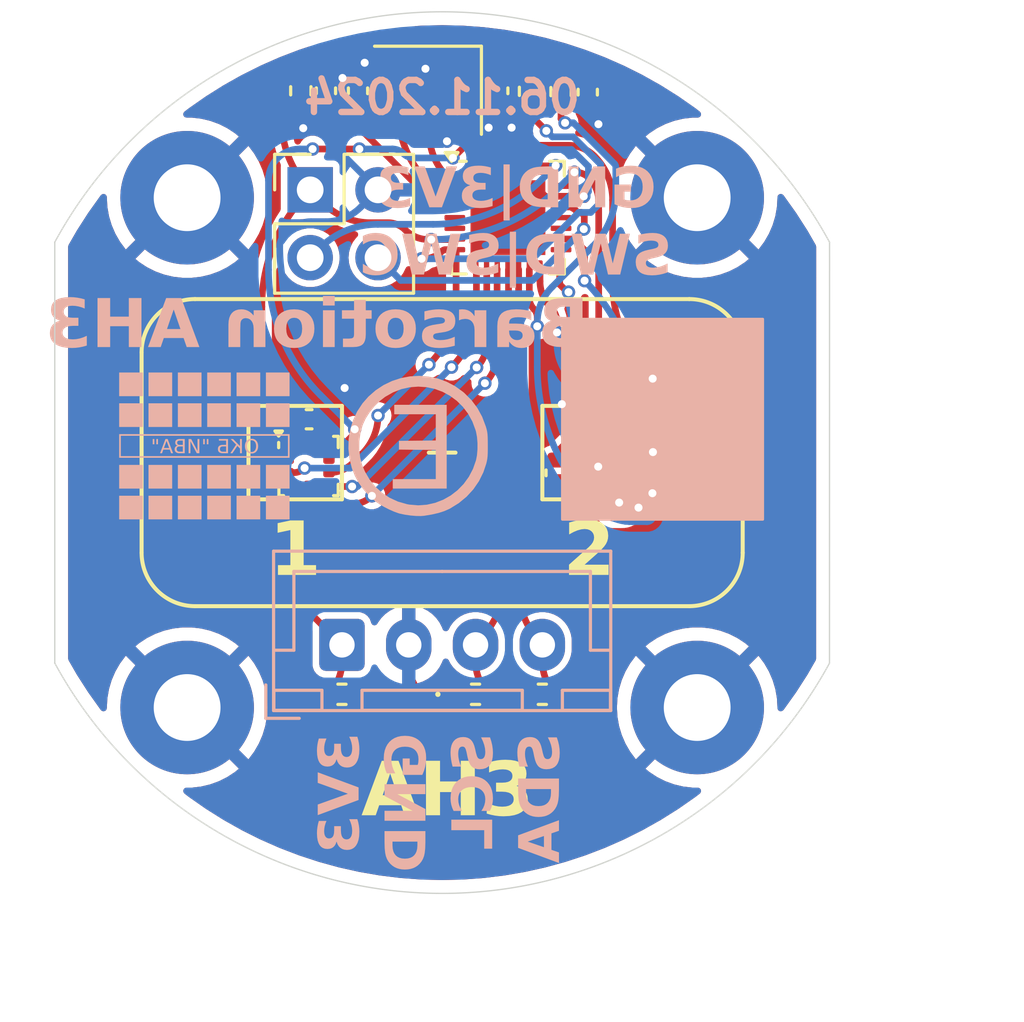
<source format=kicad_pcb>
(kicad_pcb (version 20240108) (generator "pcbnew") (generator_version "8.0")
  (layers (0 "F.Cu" signal) (31 "B.Cu" signal) (34 "B.Paste" user) (35 "F.Paste" user) (36 "B.SilkS" user "B.Silkscreen") (37 "F.SilkS" user "F.Silkscreen") (38 "B.Mask" user) (39 "F.Mask" user) (44 "Edge.Cuts" user))
  (net 0 "")
  (net 1 "VDD")
  (net 2 "GND")
  (net 3 "/SCK1")
  (net 4 "/INT1")
  (net 5 "/NSS1")
  (net 6 "/MOSI1")
  (net 7 "/MISO1")
  (net 8 "/MOSI2")
  (net 9 "/NSS2")
  (net 10 "/SCK2")
  (net 11 "/INT2")
  (net 12 "/MISO2")
  (net 13 "/SCL")
  (net 15 "Net-(U3-NRST)")
  (net 23 "/SDA")
  (net 24 "/SWCLK")
  (net 25 "/SWDIO")
  (net 26 "Net-(U3-OCS_IN{slash}PD0)")
  (net 27 "Net-(U3-OCS_OUT{slash}PD1)")
  (net 28 "Net-(D1-A)")
  (footprint "Package_DFN_QFN:QFN-28-1EP_4x4mm_P0.4mm_EP2.8x2.8mm" (layer "F.Cu") (at 138.9625 87.7)
    (property "Reference" "U3" (hide yes))
    (property "Value" "CH32V305GBU6")
  )
  (footprint "Capacitor_SMD:C_0402_1005Metric" (layer "F.Cu") (at 129.75 97.25 -90)
    (property "Reference" "C1" (hide yes))
    (property "Value" "0.1uF" (hide yes))
  )
  (footprint "Resistor_SMD:R_0402_1005Metric" (layer "F.Cu") (at 137.75 105.55 180)
    (property "Reference" "R4" (hide yes))
    (property "Value" "10k" (hide yes))
  )
  (footprint "CustomPackage:BMP388" (layer "F.Cu") (at 142.5 96.9875)
    (property "Reference" "U2" (hide yes))
    (property "Value" "BMP388")
  )
  (footprint "Capacitor_SMD:C_0402_1005Metric" (layer "F.Cu") (at 138.6 82.95 -90)
    (property "Reference" "C5" (hide yes))
    (property "Value" "12pF" (hide yes))
  )
  (footprint "Capacitor_SMD:C_0402_1005Metric" (layer "F.Cu") (at 141.95 83 -90)
    (property "Reference" "C8" (hide yes))
    (property "Value" "0.1uF" (hide yes))
  )
  (footprint "Connector_PinHeader_2.54mm:PinHeader_2x02_P2.54mm_Vertical" (layer "F.Cu") (at 131.56 86.66)
    (property "Reference" "J1" (hide yes))
    (property "Value" "PROG" (hide yes))
  )
  (footprint "Resistor_SMD:R_0402_1005Metric" (layer "F.Cu") (at 139.77 82.97 90)
    (property "Reference" "R1" (hide yes))
    (property "Value" "10k" (hide yes))
  )
  (footprint "Resistor_SMD:R_0402_1005Metric" (layer "F.Cu") (at 140.25 105.55 180)
    (property "Reference" "R5" (hide yes))
    (property "Value" "10k" (hide yes))
  )
  (footprint "Capacitor_SMD:C_0402_1005Metric" (layer "F.Cu") (at 140.75 97.2575 -90)
    (property "Reference" "C3" (hide yes))
    (property "Value" "0.1uF" (hide yes))
  )
  (footprint "Capacitor_SMD:C_0402_1005Metric" (layer "F.Cu") (at 132.15 82.95 90)
    (property "Reference" "C7" (hide yes))
    (property "Value" "0.1uF" (hide yes))
  )
  (footprint "Capacitor_SMD:C_0402_1005Metric" (layer "F.Cu") (at 131.52 95.25)
    (property "Reference" "C2" (hide yes))
    (property "Value" "0.1uF" (hide yes))
  )
  (footprint "LED_SMD:LED_0402_1005Metric" (layer "F.Cu") (at 135.25 105.55 180)
    (property "Reference" "D1" (hide yes))
    (property "Value" "Yellow LED" (hide yes))
  )
  (footprint "Resistor_SMD:R_0402_1005Metric" (layer "F.Cu") (at 140.95 82.98 90)
    (property "Reference" "R2" (hide yes))
    (property "Value" "10k" (hide yes))
  )
  (footprint "CustomPackage:BMP388" (layer "F.Cu") (at 131.5 97)
    (property "Reference" "U1" (hide yes))
    (property "Value" "BMP388")
  )
  (footprint "Capacitor_SMD:C_0402_1005Metric" (layer "F.Cu") (at 142.52 95.2375)
    (property "Reference" "C4" (hide yes))
    (property "Value" "0.1uF" (hide yes))
  )
  (footprint "Resistor_SMD:R_0402_1005Metric" (layer "F.Cu") (at 132.75 105.55 180)
    (property "Reference" "R6" (hide yes))
    (property "Value" "1k" (hide yes))
  )
  (footprint "Crystal:Crystal_SMD_3225-4Pin_3.2x2.5mm" (layer "F.Cu") (at 135.97 82.93 180)
    (property "Reference" "Y1" (hide yes))
    (property "Value" "8MHz" (hide yes))
  )
  (footprint "Capacitor_SMD:C_0402_1005Metric" (layer "F.Cu") (at 133.35 82.95 90)
    (property "Reference" "C6" (hide yes))
    (property "Value" "12pF" (hide yes))
  )
  (footprint "Resistor_SMD:R_0402_1005Metric" (layer "F.Cu") (at 131.21 82.95 90)
    (property "Reference" "R3" (hide yes))
    (property "Value" "10k" (hide yes))
  )
  (footprint "MountingHole:MountingHole_2.5mm_Pad" (layer "B.Cu") (at 146.045941 106.045941)
    (property "Reference" "H2" (hide yes))
    (property "Value" "MountingHole_Pad" (hide yes))
  )
  (footprint "Logos:OKB_Iva_v2_6.4x5.5mm" (layer "B.Cu") (at 127.6 96.25 180)
    (property "Reference" "G***" (hide yes))
    (property "Value" "LOGO" (hide yes))
  )
  (footprint "MountingHole:MountingHole_2.5mm_Pad" (layer "B.Cu") (at 126.954058 106.045941)
    (property "Reference" "H3" (hide yes))
    (property "Value" "MountingHole_Pad" (hide yes))
  )
  (footprint "MountingHole:MountingHole_2.5mm_Pad" (layer "B.Cu") (at 146.045941 86.954058)
    (property "Reference" "H4" (hide yes))
    (property "Value" "MountingHole_Pad" (hide yes))
  )
  (footprint "Connector_JST:JST_XH_B4B-XH-A_1x04_P2.50mm_Vertical" (layer "B.Cu") (at 132.75 103.7)
    (property "Reference" "J3" (hide yes))
    (property "Value" "I2C" (hide yes))
  )
  (footprint "MountingHole:MountingHole_2.5mm_Pad" (layer "B.Cu") (at 126.954058 86.954058)
    (property "Reference" "H1" (hide yes))
    (property "Value" "MountingHole_Pad" (hide yes))
  )
  (footprint "Logos:Linkkalu_v1_5.7x6mm" (layer "B.Cu") (at 135.55162 96.100245 180)
    (property "Reference" "REF**" (hide yes))
    (property "Value" "Linkkalu_v1_5.7x6mm" (hide yes))
  )
  (gr_rect (start 141 91.5) (end 148.5 99) (stroke (width 0.1)) (fill solid) (layer "B.SilkS"))
  (gr_line (start 140.25 98.25) (end 143.75 98.25) (stroke (width 0.15)) (layer "F.SilkS"))
  (gr_line (start 136.5 96) (end 136.5 97) (stroke (width 0.15)) (layer "F.SilkS"))
  (gr_line (start 127.25 90.75) (end 145.75 90.75) (stroke (width 0.15)) (layer "F.SilkS"))
  (gr_line (start 140.25 94.75) (end 140.25 98.25) (stroke (width 0.15)) (layer "F.SilkS"))
  (gr_line (start 129.25 98.25) (end 132.75 98.25) (stroke (width 0.15)) (layer "F.SilkS"))
  (gr_arc (start 125.25 92.75) (mid 125.835786 91.335786) (end 127.25 90.75) (stroke (width 0.15)) (layer "F.SilkS"))
  (gr_line (start 132.75 94.75) (end 129.25 94.75) (stroke (width 0.15)) (layer "F.SilkS"))
  (gr_arc (start 145.75 90.75) (mid 147.164214 91.335786) (end 147.75 92.75) (stroke (width 0.15)) (layer "F.SilkS"))
  (gr_arc (start 147.75 100.25) (mid 147.164214 101.664214) (end 145.75 102.25) (stroke (width 0.15)) (layer "F.SilkS"))
  (gr_line (start 143.75 98.25) (end 143.75 94.75) (stroke (width 0.15)) (layer "F.SilkS"))
  (gr_line (start 145.75 102.25) (end 127.25 102.25) (stroke (width 0.15)) (layer "F.SilkS"))
  (gr_line (start 132.75 98.25) (end 132.75 94.75) (stroke (width 0.15)) (layer "F.SilkS"))
  (gr_line (start 129.25 94.75) (end 129.25 98.25) (stroke (width 0.15)) (layer "F.SilkS"))
  (gr_arc (start 127.25 102.25) (mid 125.835786 101.664214) (end 125.25 100.25) (stroke (width 0.15)) (layer "F.SilkS"))
  (gr_line (start 147.75 92.75) (end 147.75 100.25) (stroke (width 0.15)) (layer "F.SilkS"))
  (gr_line (start 136 96.5) (end 137 96.5) (stroke (width 0.15)) (layer "F.SilkS"))
  (gr_line (start 125.25 100.25) (end 125.25 92.75) (stroke (width 0.15)) (layer "F.SilkS"))
  (gr_line (start 143.75 94.75) (end 140.25 94.75) (stroke (width 0.15)) (layer "F.SilkS"))
  (gr_line (start 150.999999 88.62) (end 150.997902 104.385) (stroke (width 0.05)) (layer "Edge.Cuts"))
  (gr_arc (start 150.997902 104.385) (mid 136.497803 113.006612) (end 122 104.38114) (stroke (width 0.05)) (layer "Edge.Cuts"))
  (gr_line (start 122 88.62) (end 122 104.38114) (stroke (width 0.05)) (layer "Edge.Cuts"))
  (gr_arc (start 122.000001 88.62) (mid 136.5 79.991913) (end 150.999999 88.62) (stroke (width 0.05)) (layer "Edge.Cuts"))
  (gr_text "GND|3V3\nSWD|SWC" (at 139.25 87.95 0) (layer "B.SilkS") (effects (font (size 1.5 1.5) (thickness 0.24) (bold yes)) (justify mirror)))
  (gr_text "SDA" (at 140.25 107 90) (layer "B.SilkS") (effects (font (size 1.5 1.5) (thickness 0.24) (bold yes)) (justify left mirror)))
  (gr_text "3V3\n" (at 132.75 107 90) (layer "B.SilkS") (effects (font (size 1.5 1.5) (thickness 0.24) (bold yes)) (justify left mirror)))
  (gr_text "Barsotion AH3" (at 131.8 91.8 0) (layer "B.SilkS") (effects (font (size 1.8 1.8) (thickness 0.4) (bold yes)) (justify mirror)))
  (gr_text "SCL\n" (at 137.75 107 90) (layer "B.SilkS") (effects (font (size 1.5 1.5) (thickness 0.24) (bold yes)) (justify left mirror)))
  (gr_text "06.11.2024" (at 136.5 83.2 0) (layer "B.SilkS") (effects (font (size 1.2 1.2) (thickness 0.24)) (justify mirror)))
  (gr_text "GND" (at 135.25 107 90) (layer "B.SilkS") (effects (font (size 1.5 1.5) (thickness 0.24) (bold yes)) (justify left mirror)))
  (gr_text "1" (at 131 100.25 0) (layer "F.SilkS") (effects (font (size 2 2) (thickness 0.4) (bold yes))))
  (gr_text "2" (at 142 100.25 0) (layer "F.SilkS") (effects (font (size 2 2) (thickness 0.4) (bold yes))))
  (gr_text "AH3" (at 136.7 109.25 0) (layer "F.SilkS") (effects (font (size 2 2) (thickness 0.4) (bold yes))))
  (segment (start 142.04 96.185) (end 142 96.225) (width 0.3) (layer "F.Cu") (net 1))
  (segment (start 139.77 82.46) (end 140.94 82.46) (width 0.25) (layer "F.Cu") (net 1))
  (segment (start 129 97.45) (end 129 97.6) (width 0.25) (layer "F.Cu") (net 1))
  (segment (start 138.250022 81.316546) (end 138.400875 81.373909) (width 0.25) (layer "F.Cu") (net 1))
  (segment (start 131.99389 81.713952) (end 132.152985 81.605109) (width 0.25) (layer "F.Cu") (net 1))
  (segment (start 142.315566 94.81307) (end 142.34002 94.731408) (width 0.25) (layer "F.Cu") (net 1))
  (segment (start 130.5 83.75) (end 130.5 84.100934) (width 0.25) (layer "F.Cu") (net 1))
  (segment (start 130.914277 96.323224) (end 131 96.2375) (width 0.3) (layer "F.Cu") (net 1))
  (segment (start 131.56 86.66) (end 131.56 86.04) (width 0.25) (layer "F.Cu") (net 1))
  (segment (start 142.170428 95.088317) (end 142.229839 94.997741) (width 0.25) (layer "F.Cu") (net 1))
  (segment (start 131.04 95.25) (end 129.75 95.25) (width 0.25) (layer "F.Cu") (net 1))
  (segment (start 133.276904 81.180596) (end 133.627397 81.147962) (width 0.25) (layer "F.Cu") (net 1))
  (segment (start 130.661701 101.611701) (end 132.75 103.7) (width 0.25) (layer "F.Cu") (net 1))
  (segment (start 137.024699 88.521) (end 136.14 88.521) (width 0.25) (layer "F.Cu") (net 1))
  (segment (start 133.3 106.2) (end 135.670762 106.2) (width 0.25) (layer "F.Cu") (net 1))
  (segment (start 131.21 82.44) (end 131.439339 82.210661) (width 0.25) (layer "F.Cu") (net 1))
  (segment (start 140.79 96.7375) (end 140.75 96.7775) (width 0.3) (layer "F.Cu") (net 1))
  (segment (start 142.272072 94.917749) (end 142.315566 94.81307) (width 0.25) (layer "F.Cu") (net 1))
  (segment (start 142.04 95.2375) (end 142.04 96.185) (width 0.3) (layer "F.Cu") (net 1))
  (segment (start 131.21 82.44) (end 130.924265 82.725735) (width 0.25) (layer "F.Cu") (net 1))
  (segment (start 142.34002 94.731408) (end 142.353043 94.668693) (width 0.25) (layer "F.Cu") (net 1))
  (segment (start 141.45 86.35) (end 141.45 86) (width 0.25) (layer "F.Cu") (net 1))
  (segment (start 131.04 95.25) (end 131.04 96.140932) (width 0.3) (layer "F.Cu") (net 1))
  (segment (start 137.025 88.520274) (end 137.024699 88.521) (width 0.25) (layer "F.Cu") (net 1))
  (segment (start 132.06168 87.16168) (end 131.56 86.66) (width 0.25) (layer "F.Cu") (net 1))
  (segment (start 142.353043 94.668693) (end 142.359365 94.621009) (width 0.25) (layer "F.Cu") (net 1))
  (segment (start 132.932733 81.25447) (end 133.276904 81.180596) (width 0.25) (layer "F.Cu") (net 1))
  (segment (start 137.550086 105.860086) (end 137.24 105.55) (width 0.25) (layer "F.Cu") (net 1))
  (segment (start 141.45 86) (end 141.489646 86) (width 0.25) (layer "F.Cu") (net 1))
  (segment (start 137.035787 81.15) (end 137.22738 81.152586) (width 0.25) (layer "F.Cu") (net 1))
  (segment (start 139.74 105.55) (end 139.451127 105.838873) (width 0.25) (layer "F.Cu") (net 1))
  (segment (start 131.855228 81.82089) (end 131.99389 81.713952) (width 0.25) (layer "F.Cu") (net 1))
  (segment (start 140.95 86.5) (end 141.3 86.5) (width 0.25) (layer "F.Cu") (net 1))
  (segment (start 141.3 86.5) (end 141.45 86.35) (width 0.25) (layer "F.Cu") (net 1))
  (segment (start 139.75293 82.452929) (end 139.77 82.46) (width 0.25) (layer "F.Cu") (net 1))
  (segment (start 141.7375 96.7375) (end 140.79 96.7375) (width 0.3) (layer "F.Cu") (net 1))
  (segment (start 129.75 96.77) (end 129.75 95.25) (width 0.25) (layer "F.Cu") (net 1))
  (segment (start 137.393367 81.154826) (end 137.572894 81.167413) (width 0.25) (layer "F.Cu") (net 1))
  (segment (start 139.019935 81.719934) (end 139.75293 82.452929) (width 0.25) (layer "F.Cu") (net 1))
  (segment (start 132.440045 81.442624) (end 132.599721 81.368546) (width 0.25) (layer "F.Cu") (net 1))
  (segment (start 140.94 82.46) (end 140.95 82.47) (width 0.25) (layer "F.Cu") (net 1))
  (segment (start 137.736625 81.188565) (end 137.91525 81.222068) (width 0.25) (layer "F.Cu") (net 1))
  (segment (start 129.75 96.77) (end 129.68 96.77) (width 0.25) (layer "F.Cu") (net 1))
  (segment (start 142.04 95.2375) (end 142.11289 95.160949) (width 0.25) (layer "F.Cu") (net 1))
  (segment (start 136.09 88.521) (end 135.991531 88.521) (width 0.25) (layer "F.Cu") (net 1))
  (segment (start 129.75 95.25) (end 129.75 91.029726) (width 0.25) (layer "F.Cu") (net 1))
  (segment (start 137.025 88.5) (end 137.025 88.520274) (width 0.25) (layer "F.Cu") (net 1))
  (segment (start 137.572894 81.167413) (end 137.736625 81.188565) (width 0.25) (layer "F.Cu") (net 1))
  (segment (start 132.152985 81.605109) (end 132.301818 81.515705) (width 0.25) (layer "F.Cu") (net 1))
  (segment (start 138.7 106.15) (end 138.25 106.15) (width 0.25) (layer "F.Cu") (net 1))
  (segment (start 137.91525 81.222068) (end 138.074075 81.261686) (width 0.25) (layer "F.Cu") (net 1))
  (segment (start 132.24 105.55) (end 132.600086 105.910086) (width 0.25) (layer "F.Cu") (net 1))
  (segment (start 131.584973 82.068906) (end 131.711143 81.946096) (width 0.25) (layer "F.Cu") (net 1))
  (segment (start 132.301818 81.515705) (end 132.440045 81.442624) (width 0.25) (layer "F.Cu") (net 1))
  (segment (start 134.89508 81.147962) (end 134.9 81.15) (width 0.25) (layer "F.Cu") (net 1))
  (segment (start 141.914277 96.310724) (end 142 96.225) (width 0.3) (layer "F.Cu") (net 1))
  (segment (start 141.95 82.52) (end 141 82.52) (width 0.25) (layer "F.Cu") (net 1))
  (segment (start 134.9 81.15) (end 137.035787 81.15) (width 0.25) (layer "F.Cu") (net 1))
  (segment (start 138.074075 81.261686) (end 138.250022 81.316546) (width 0.25) (layer "F.Cu") (net 1))
  (segment (start 132.75 103.7) (end 132.75 104.318752) (width 0.25) (layer "F.Cu") (net 1))
  (segment (start 138.57281 81.451075) (end 138.711846 81.524401) (width 0.25) (layer "F.Cu") (net 1))
  (segment (start 131.439339 82.210661) (end 131.584973 82.068906) (width 0.25) (layer "F.Cu") (net 1))
  (segment (start 134.468163 87.89) (end 133.82 87.89) (width 0.25) (layer "F.Cu") (net 1))
  (segment (start 139.000486 81.711878) (end 139.019935 81.719934) (width 0.25) (layer "F.Cu") (net 1))
  (segment (start 132.599721 81.368546) (end 132.932733 81.25447) (width 0.25) (layer "F.Cu") (net 1))
  (segment (start 129.75 96.77) (end 130.689216 96.77) (width 0.3) (layer "F.Cu") (net 1))
  (segment (start 138.400875 81.373909) (end 138.57281 81.451075) (width 0.25) (layer "F.Cu") (net 1))
  (segment (start 136.14 88.521) (end 136.09 88.521) (width 0.25) (layer "F.Cu") (net 1))
  (segment (start 142.359365 94.621009) (end 142.359365 87.095095) (width 0.25) (layer "F.Cu") (net 1))
  (segment (start 137.22738 81.152586) (end 137.393367 81.154826) (width 0.25) (layer "F.Cu") (net 1))
  (segment (start 138.879865 81.626664) (end 139.000486 81.711878) (width 0.25) (layer "F.Cu") (net 1))
  (segment (start 141 82.52) (end 140.95 82.47) (width 0.25) (layer "F.Cu") (net 1))
  (segment (start 142.229839 94.997741) (end 142.272072 94.917749) (width 0.25) (layer "F.Cu") (net 1))
  (segment (start 133.627397 81.147962) (end 134.89508 81.147962) (width 0.25) (layer "F.Cu") (net 1))
  (segment (start 140.926777 96.350724) (end 142.04 95.2375) (width 0.25) (layer "F.Cu") (net 1))
  (segment (start 138.711846 81.524401) (end 138.879865 81.626664) (width 0.25) (layer "F.Cu") (net 1))
  (segment (start 142.11289 95.160949) (end 142.170428 95.088317) (width 0.25) (layer "F.Cu") (net 1))
  (segment (start 131.711143 81.946096) (end 131.855228 81.82089) (width 0.25) (layer "F.Cu") (net 1))
  (via (at 136.09 88.521) (size 0.5) (drill 0.3) (layers "F.Cu" "B.Cu") (net 1))
  (via (at 141.45 86) (size 0.5) (drill 0.3) (layers "F.Cu" "B.Cu") (net 1))
  (arc (start 129 97.6) (mid 129.431862 99.771117) (end 130.661701 101.611701) (width 0.25) (layer "F.Cu") (net 1))
  (arc (start 141.7375 96.7375) (mid 141.783443 96.50653) (end 141.914277 96.310724) (width 0.3) (layer "F.Cu") (net 1))
  (arc (start 132.600086 105.910086) (mid 132.921209 106.124654) (end 133.3 106.2) (width 0.25) (layer "F.Cu") (net 1))
  (arc (start 129.68 96.77) (mid 129.199167 96.969167) (end 129 97.45) (width 0.25) (layer "F.Cu") (net 1))
  (arc (start 130.689216 96.77) (mid 130.715347 96.764802) (end 130.7375 96.75) (width 0.3) (layer "F.Cu") (net 1))
  (arc (start 138.25 106.15) (mid 137.871209 106.074654) (end 137.550086 105.860086) (width 0.25) (layer "F.Cu") (net 1))
  (arc (start 129.75 91.029726) (mid 130.220404 88.664848) (end 131.56 86.66) (width 0.25) (layer "F.Cu") (net 1))
  (arc (start 139.451127 105.838873) (mid 139.106507 106.069141) (end 138.7 106.15) (width 0.25) (layer "F.Cu") (net 1))
  (arc (start 130.924265 82.725735) (mid 130.610263 83.195671) (end 130.5 83.75) (width 0.25) (layer "F.Cu") (net 1))
  (arc (start 135.670762 106.2) (mid 136.520028 106.03107) (end 137.24 105.55) (width 0.25) (layer "F.Cu") (net 1))
  (arc (start 130.5 84.100934) (mid 130.775485 85.48589) (end 131.56 86.66) (width 0.25) (layer "F.Cu") (net 1))
  (arc (start 131.04 96.140932) (mid 131.029604 96.193194) (end 131 96.2375) (width 0.3) (layer "F.Cu") (net 1))
  (arc (start 140.75 96.7775) (mid 140.795943 96.54653) (end 140.926777 96.350724) (width 0.25) (layer "F.Cu") (net 1))
  (arc (start 135.12 88.16) (mid 134.820935 87.96017) (end 134.468163 87.89) (width 0.25) (layer "F.Cu") (net 1))
  (arc (start 130.7375 96.75) (mid 130.783443 96.51903) (end 130.914277 96.323224) (width 0.3) (layer "F.Cu") (net 1))
  (arc (start 141.489646 86) (mid 141.761486 86.054073) (end 141.991942 86.208058) (width 0.25) (layer "F.Cu") (net 1))
  (arc (start 135.991531 88.521) (mid 135.519862 88.427179) (end 135.12 88.16) (width 0.25) (layer "F.Cu") (net 1))
  (arc (start 132.75 104.318752) (mid 132.617455 104.985099) (end 132.24 105.55) (width 0.25) (layer "F.Cu") (net 1))
  (arc (start 133.82 87.89) (mid 132.868404 87.700716) (end 132.06168 87.16168) (width 0.25) (layer "F.Cu") (net 1))
  (arc (start 142.359365 87.095095) (mid 142.263875 86.615034) (end 141.991942 86.208058) (width 0.25) (layer "F.Cu") (net 1))
  (segment (start 140.936476 86.513524) (end 141.45 86) (width 0.25) (layer "B.Cu") (net 1))
  (arc (start 136.09 88.521) (mid 138.712894 87.999274) (end 140.936476 86.513524) (width 0.25) (layer "B.Cu") (net 1))
  (segment (start 140.721649 86.909578) (end 140.732071 86.9) (width 0.25) (layer "F.Cu") (net 2))
  (segment (start 141.95 83.8) (end 142.35 84.2) (width 0.25) (layer "F.Cu") (net 2))
  (segment (start 129.75 97.73) (end 130.921539 97.73) (width 0.3) (layer "F.Cu") (net 2))
  (segment (start 133.33 94.23) (end 133.16 94.4) (width 0.25) (layer "F.Cu") (net 2))
  (segment (start 142.5 96.225) (end 143 96.225) (width 0.3) (layer "F.Cu") (net 2))
  (segment (start 131.5 96.2375) (end 132 96.2375) (width 0.3) (layer "F.Cu") (net 2))
  (segment (start 132.8 99.5) (end 132.05 99.5) (width 0.25) (layer "F.Cu") (net 2))
  (segment (start 135.25 101.95) (end 132.8 99.5) (width 0.25) (layer "F.Cu") (net 2))
  (segment (start 141.95 83.48) (end 141.95 83.8) (width 0.25) (layer "F.Cu") (net 2))
  (segment (start 138.9625 87.7) (end 139.067928 87.594571) (width 0.25) (layer "F.Cu") (net 2))
  (segment (start 135.25 103.7) (end 135.25 95.07) (width 0.25) (layer "F.Cu") (net 2))
  (segment (start 146.045941 106.045941) (end 141.38 101.38) (width 0.25) (layer "F.Cu") (net 2))
  (segment (start 145.2 94.51) (end 145.645 94.065) (width 0.25) (layer "F.Cu") (net 2))
  (segment (start 140.732071 86.9) (end 141.783884 86.9) (width 0.25) (layer "F.Cu") (net 2))
  (segment (start 132.85 94.08) (end 132.85 94.09) (width 0.25) (layer "F.Cu") (net 2))
  (segment (start 141.38 98.3675) (end 140.75 97.7375) (width 0.25) (layer "F.Cu") (net 2))
  (segment (start 141.38 101.38) (end 141.38 98.3675) (width 0.25) (layer "F.Cu") (net 2))
  (segment (start 135.25 103.7) (end 135.25 101.95) (width 0.25) (layer "F.Cu") (net 2))
  (segment (start 135.25 103.7) (end 135.25 104.379107) (width 0.25) (layer "F.Cu") (net 2))
  (segment (start 138.6 83.43) (end 137.914974 83.43) (width 0.3) (layer "F.Cu") (net 2))
  (segment (start 148.87 90.84) (end 148.87 89.778117) (width 0.25) (layer "F.Cu") (net 2))
  (segment (start 132.15 82.47) (end 132.77 82.47) (width 0.25) (layer "F.Cu") (net 2))
  (segment (start 148.87 89.778117) (end 146.045941 86.954058) (width 0.25) (layer "F.Cu") (net 2))
  (segment (start 137.07 84.45) (end 136.68 84.84) (width 0.25) (layer "F.Cu") (net 2))
  (segment (start 149.17 102.921882) (end 149.17 97.59) (width 0.25) (layer "F.Cu") (net 2))
  (segment (start 134.11 82.08) (end 133.71 81.68) (width 0.25) (layer "F.Cu") (net 2))
  (segment (start 132.29 95.25) (end 132 95.25) (width 0.25) (layer "F.Cu") (net 2))
  (segment (start 132.05 99.5) (end 132.05 99.046366) (width 0.25) (layer "F.Cu") (net 2))
  (segment (start 137.07 83.78) (end 137.07 84.45) (width 0.25) (layer "F.Cu") (net 2))
  (segment (start 133.35 82.47) (end 133.928457 82.47) (width 0.3) (layer "F.Cu") (net 2))
  (segment (start 131 97.996366) (end 131 97.7625) (width 0.25) (layer "F.Cu") (net 2))
  (segment (start 137.64 83.78) (end 138.19 84.33) (width 0.25) (layer "F.Cu") (net 2))
  (segment (start 146.045941 106.045941) (end 149.17 102.921882) (width 0.25) (layer "F.Cu") (net 2))
  (segment (start 132.85 94.09) (end 133.16 94.4) (width 0.25) (layer "F.Cu") (net 2))
  (segment (start 132 96.2375) (end 132 95.25) (width 0.3) (layer "F.Cu") (net 2))
  (segment (start 135.25 95.07) (end 134.41 94.23) (width 0.25) (layer "F.Cu") (net 2))
  (segment (start 132.77 82.47) (end 133.35 82.47) (width 0.25) (layer "F.Cu") (net 2))
  (segment (start 133.16 94.4) (end 132.3 95.26) (width 0.25) (layer "F.Cu") (net 2))
  (segment (start 134.41 94.23) (end 133.33 94.23) (width 0.25) (layer "F.Cu") (net 2))
  (segment (start 132.05 99.046366) (end 131 97.996366) (width 0.25) (layer "F.Cu") (net 2))
  (segment (start 137.07 83.78) (end 137.64 83.78) (width 0.25) (layer "F.Cu") (net 2))
  (segment (start 143 94.51) (end 145.2 94.51) (width 0.25) (layer "F.Cu") (net 2))
  (segment (start 143 95.2375) (end 143 96.225) (width 0.3) (layer "F.Cu") (net 2))
  (segment (start 140.75 97.7375) (end 141.969823 97.7375) (width 0.3) (layer "F.Cu") (net 2))
  (segment (start 134.87 82.08) (end 134.11 82.08) (width 0.25) (layer "F.Cu") (net 2))
  (segment (start 132.3 95.26) (end 132.29 95.25) (width 0.25) (layer "F.Cu") (net 2))
  (segment (start 145.645 94.065) (end 148.87 90.84) (width 0.25) (layer "F.Cu") (net 2))
  (segment (start 149.17 97.59) (end 145.645 94.065) (width 0.25) (layer "F.Cu") (net 2))
  (segment (start 143 95.2375) (end 143 94.51) (width 0.25) (layer "F.Cu") (net 2))
  (via (at 131.3 84.35) (size 0.5) (drill 0.3) (layers "F.Cu" "B.Cu") (net 2))
  (via (at 135.875 82.125) (size 0.5) (drill 0.3) (layers "F.Cu" "B.Cu") (net 2))
  (via (at 138.24 84.33) (size 0.5) (drill 0.3) (layers "F.Cu" "B.Cu") (net 2))
  (via (at 139.1 84.33) (size 0.5) (drill 0.3) (layers "F.Cu" "B.Cu") (net 2))
  (via (at 133.6 81.900004) (size 0.5) (drill 0.3) (layers "F.Cu" "B.Cu") (net 2))
  (via (at 142.35 84.2) (size 0.5) (drill 0.3) (layers "F.Cu" "B.Cu") (net 2))
  (via (at 132.77 82.47) (size 0.5) (drill 0.3) (layers "F.Cu" "B.Cu") (net 2))
  (via (at 136.68 84.84) (size 0.5) (drill 0.3) (layers "F.Cu" "B.Cu") (net 2))
  (via (at 141.8 86.9) (size 0.5) (drill 0.3) (layers "F.Cu" "B.Cu") (net 2))
  (via (at 132.85 94.08) (size 0.5) (drill 0.3) (layers "F.Cu" "B.Cu") (net 2))
  (via (at 140.98 94.685) (size 0.5) (drill 0.3) (layers "F.Cu" "B.Cu") (net 2))
  (arc (start 133.928457 82.47) (mid 134.438016 82.368642) (end 134.87 82.08) (width 0.3) (layer "F.Cu") (net 2))
  (arc (start 139.067928 87.594571) (mid 139.826662 87.087602) (end 140.721649 86.909578) (width 0.25) (layer "F.Cu") (net 2))
  (arc (start 141.969823 97.7375) (mid 141.986154 97.740749) (end 142 97.75) (width 0.3) (layer "F.Cu") (net 2))
  (arc (start 130.921539 97.73) (mid 130.964001 97.738447) (end 131 97.7625) (width 0.3) (layer "F.Cu") (net 2))
  (arc (start 135.25 104.379107) (mid 135.376048 105.012789) (end 135.735 105.55) (width 0.25) (layer "F.Cu") (net 2))
  (arc (start 137.914974 83.43) (mid 137.457678 83.520962) (end 137.07 83.78) (width 0.3) (layer "F.Cu") (net 2))
  (segment (start 135.15 101.87) (end 135.25 101.97) (width 0.25) (layer "B.Cu") (net 2))
  (segment (start 140.25 85.15) (end 141.342463 85.15) (width 0.25) (layer "B.Cu") (net 2))
  (segment (start 135.25 101.97) (end 135.25 103.7) (width 0.25) (layer "B.Cu") (net 2))
  (segment (start 146.045941 86.954058) (end 143.291883 84.2) (width 0.25) (layer "B.Cu") (net 2))
  (segment (start 139.1 84.33) (end 139.43 84.33) (width 0.25) (layer "B.Cu") (net 2))
  (segment (start 141.75 83.6) (end 140.16 83.6) (width 0.25) (layer "B.Cu") (net 2))
  (segment (start 134.1 86.66) (end 133.859624 86.66) (width 0.25) (layer "B.Cu") (net 2))
  (segment (start 141.975 85.782537) (end 141.975 86.725) (width 0.25) (layer "B.Cu") (net 2))
  (segment (start 146.045941 106.045941) (end 141.57 101.57) (width 0.25) (layer "B.Cu") (net 2))
  (segment (start 126.954058 106.045941) (end 131.129999 101.87) (width 0.25) (layer "B.Cu") (net 2))
  (segment (start 131.782929 84.35) (end 131.3 84.35) (width 0.25) (layer "B.Cu") (net 2))
  (segment (start 134.1 86.66) (end 131.795 84.355) (width 0.25) (layer "B.Cu") (net 2))
  (segment (start 131.795 84.355) (end 131.782929 84.35) (width 0.25) (layer "B.Cu") (net 2))
  (segment (start 142.35 84.2) (end 141.75 83.6) (width 0.25) (layer "B.Cu") (net 2))
  (segment (start 141.57 101.57) (end 135.25 101.57) (width 0.25) (layer "B.Cu") (net 2))
  (segment (start 143.291883 84.2) (end 142.35 84.2) (width 0.25) (layer "B.Cu") (net 2))
  (segment (start 136.68 84.65) (end 133.930004 81.900004) (width 0.25) (layer "B.Cu") (net 2))
  (segment (start 140.16 83.6) (end 139.43 84.33) (width 0.25) (layer "B.Cu") (net 2))
  (segment (start 134.1 86.66) (end 133.447401 87.312599) (width 0.25) (layer "B.Cu") (net 2))
  (segment (start 133.930004 81.900004) (end 133.6 81.900004) (width 0.25) (layer "B.Cu") (net 2))
  (segment (start 138.24 84.33) (end 139.1 84.33) (width 0.25) (layer "B.Cu") (net 2))
  (segment (start 130.674058 83.234058) (end 132.008112 81.900004) (width 0.25) (layer "B.Cu") (net 2))
  (segment (start 141.975 86.725) (end 141.8 86.9) (width 0.25) (layer "B.Cu") (net 2))
  (segment (start 132.45031 93.68031) (end 132.85 94.08) (width 0.25) (layer "B.Cu") (net 2))
  (segment (start 132.008112 81.900004) (end 133.6 81.900004) (width 0.25) (layer "B.Cu") (net 2))
  (segment (start 130.75 88.2) (end 130.595863 88.354137) (width 0.25) (layer "B.Cu") (net 2))
  (segment (start 141.342463 85.15) (end 141.975 85.782537) (width 0.25) (layer "B.Cu") (net 2))
  (segment (start 131.129999 101.87) (end 135.15 101.87) (width 0.25) (layer "B.Cu") (net 2))
  (segment (start 138.24 84.33) (end 138.19 84.33) (width 0.25) (layer "B.Cu") (net 2))
  (segment (start 139.43 84.33) (end 140.25 85.15) (width 0.25) (layer "B.Cu") (net 2))
  (segment (start 135.25 101.57) (end 135.25 103.7) (width 0.25) (layer "B.Cu") (net 2))
  (segment (start 132.15 87.85) (end 131.594974 87.85) (width 0.25) (layer "B.Cu") (net 2))
  (segment (start 130.674058 83.234058) (end 126.954058 86.954058) (width 0.25) (layer "B.Cu") (net 2))
  (segment (start 136.68 84.84) (end 136.68 84.65) (width 0.25) (layer "B.Cu") (net 2))
  (segment (start 131.795 84.355) (end 130.674058 83.234058) (width 0.25) (layer "B.Cu") (net 2))
  (arc (start 133.447401 87.312599) (mid 132.852148 87.710334) (end 132.15 87.85) (width 0.25) (layer "B.Cu") (net 2))
  (arc (start 130.595863 88.354137) (mid 130.465706 88.548932) (end 130.42 88.778708) (width 0.25) (layer "B.Cu") (net 2))
  (arc (start 131.594974 87.85) (mid 131.137678 87.940962) (end 130.75 88.2) (width 0.25) (layer "B.Cu") (net 2))
  (arc (start 130.42 88.778708) (mid 130.94766 91.431436) (end 132.45031 93.68031) (width 0.25) (layer "B.Cu") (net 2))
  (segment (start 137.772001 89.647975) (end 137.782812 89.674073) (width 0.25) (layer "F.Cu") (net 3))
  (segment (start 130.7375 97.25) (end 130.939584 97.25) (width 0.25) (layer "F.Cu") (net 3))
  (segment (start 137.7625 89.6375) (end 137.760614 89.700977) (width 0.25) (layer "F.Cu") (net 3))
  (segment (start 137.7625 89.6375) (end 137.772001 89.647975) (width 0.25) (layer "F.Cu") (net 3))
  (segment (start 137.782812 89.674073) (end 137.782812 91.047993) (width 0.25) (layer "F.Cu") (net 3))
  (via (at 131.35 97.08) (size 0.5) (drill 0.3) (layers "F.Cu" "B.Cu") (net 3))
  (via (at 136.85 93.3) (size 0.5) (drill 0.3) (layers "F.Cu" "B.Cu") (net 3))
  (arc (start 137.782812 91.047993) (mid 137.540382 92.26677) (end 136.85 93.3) (width 0.25) (layer "F.Cu") (net 3))
  (arc (start 130.939584 97.25) (mid 131.1617 97.205818) (end 131.35 97.08) (width 0.25) (layer "F.Cu") (net 3))
  (segment (start 136.85 93.3) (end 133.07 97.08) (width 0.25) (layer "B.Cu") (net 3))
  (segment (start 133.07 97.08) (end 133 97.08) (width 0.25) (layer "B.Cu") (net 3))
  (segment (start 133 97.08) (end 131.35 97.08) (width 0.25) (layer "B.Cu") (net 3))
  (segment (start 138.5625 85.1675) (end 138.5625 85.7625) (width 0.25) (layer "F.Cu") (net 4))
  (segment (start 136.905 85.465) (end 137.37 85) (width 0.25) (layer "F.Cu") (net 4))
  (segment (start 133.24 95.7725) (end 132.2625 96.75) (width 0.25) (layer "F.Cu") (net 4))
  (segment (start 133.4 85.13) (end 131.66 85.13) (width 0.25) (layer "F.Cu") (net 4))
  (segment (start 133.24 95.64) (end 133.24 95.7725) (width 0.25) (layer "F.Cu") (net 4))
  (segment (start 137.37 85) (end 138.395 85) (width 0.25) (layer "F.Cu") (net 4))
  (segment (start 138.395 85) (end 138.5625 85.1675) (width 0.25) (layer "F.Cu") (net 4))
  (via (at 133.4 85.13) (size 0.5) (drill 0.3) (layers "F.Cu" "B.Cu") (net 4))
  (via (at 136.905 85.465) (size 0.5) (drill 0.3) (layers "F.Cu" "B.Cu") (net 4))
  (via (at 133.225 95.625) (size 0.5) (drill 0.3) (layers "F.Cu" "B.Cu") (net 4))
  (via (at 131.65 85.13) (size 0.5) (drill 0.3) (layers "F.Cu" "B.Cu") (net 4))
  (segment (start 130 86.3) (end 130 89.655987) (width 0.25) (layer "B.Cu") (net 4))
  (segment (start 136.814 85.556) (end 136.905 85.465) (width 0.25) (layer "B.Cu") (net 4))
  (segment (start 131.65 85.13) (end 131.17 85.13) (width 0.25) (layer "B.Cu") (net 4))
  (segment (start 133.225 95.625) (end 133.24 95.64) (width 0.25) (layer "B.Cu") (net 4))
  (segment (start 135.448345 85.465) (end 136.905 85.465) (width 0.25) (layer "B.Cu") (net 4))
  (segment (start 131.94031 94.34031) (end 133.225 95.625) (width 0.25) (layer "B.Cu") (net 4))
  (segment (start 133.4 85.13) (end 134.639584 85.13) (width 0.25) (layer "B.Cu") (net 4))
  (segment (start 131.66 85.13) (end 131.65 85.13) (width 0.25) (layer "B.Cu") (net 4))
  (arc (start 134.639584 85.13) (mid 134.861699 85.174182) (end 135.05 85.3) (width 0.25) (layer "B.Cu") (net 4))
  (arc (start 130 89.655987) (mid 130.50427 92.191124) (end 131.94031 94.34031) (width 0.25) (layer "B.Cu") (net 4))
  (arc (start 135.05 85.3) (mid 135.232762 85.422118) (end 135.448345 85.465) (width 0.25) (layer "B.Cu") (net 4))
  (arc (start 131.17 85.13) (mid 130.342685 85.472685) (end 130 86.3) (width 0.25) (layer "B.Cu") (net 4))
  (segment (start 137.022359 88.947359) (end 137.022359 90.937927) (width 0.25) (layer "F.Cu") (net 5))
  (segment (start 133.18007 96.86993) (end 133.50603 96.54397) (width 0.25) (layer "F.Cu") (net 5))
  (segment (start 136.62071 88.9) (end 136.975 88.9) (width 0.25) (layer "F.Cu") (net 5))
  (segment (start 139.77 83.819996) (end 140.4 84.449996) (width 0.25) (layer "F.Cu") (net 5))
  (segment (start 139.77 83.48) (end 139.77 83.819996) (width 0.25) (layer "F.Cu") (net 5))
  (segment (start 135.73 89.239998) (end 135.799883 89.239998) (width 0.25) (layer "F.Cu") (net 5))
  (segment (start 132.2625 97.25) (end 132.29773 97.217602) (width 0.25) (layer "F.Cu") (net 5))
  (segment (start 136.975 88.9) (end 137.022359 88.947359) (width 0.25) (layer "F.Cu") (net 5))
  (via (at 140.4 84.449996) (size 0.5) (drill 0.3) (layers "F.Cu" "B.Cu") (net 5))
  (via (at 134.1 95.11) (size 0.5) (drill 0.3) (layers "F.Cu" "B.Cu") (net 5))
  (via (at 136.005 93.205) (size 0.5) (drill 0.3) (layers "F.Cu" "B.Cu") (net 5))
  (via (at 135.73 89.239998) (size 0.5) (drill 0.3) (layers "F.Cu" "B.Cu") (net 5))
  (arc (start 133.50603 96.54397) (mid 133.945632 95.886059) (end 134.1 95.11) (width 0.25) (layer "F.Cu") (net 5))
  (arc (start 132.2625 97.25) (mid 132.759085 97.151223) (end 133.18007 96.86993) (width 0.25) (layer "F.Cu") (net 5))
  (arc (start 136.5 88.95) (mid 136.555382 88.912995) (end 136.62071 88.9) (width 0.25) (layer "F.Cu") (net 5))
  (arc (start 135.799883 89.239998) (mid 136.178784 89.16463) (end 136.5 88.95) (width 0.25) (layer "F.Cu") (net 5))
  (arc (start 137.022359 90.937927) (mid 136.721268 92.164909) (end 136.005 93.205) (width 0.25) (layer "F.Cu") (net 5))
  (segment (start 142.429442 85.700992) (end 141.40345 84.675) (width 0.25) (layer "B.Cu") (net 5))
  (segment (start 141.615558 87.504442) (end 142.063326 87.504442) (width 0.25) (layer "B.Cu") (net 5))
  (segment (start 134.1 95.11) (end 134.100001 95.109999) (width 0.25) (layer "B.Cu") (net 5))
  (segment (start 135.73 89.239998) (end 139.880002 89.239998) (width 0.25) (layer "B.Cu") (net 5))
  (segment (start 134.1 95.11) (end 136.005 93.205) (width 0.25) (layer "B.Cu") (net 5))
  (segment (start 142.063326 87.504442) (end 142.429442 87.138326) (width 0.25) (layer "B.Cu") (net 5))
  (segment (start 142.429442 87.138326) (end 142.429442 85.700992) (width 0.25) (layer "B.Cu") (net 5))
  (segment (start 141.40345 84.675) (end 140.625004 84.675) (width 0.25) (layer "B.Cu") (net 5))
  (segment (start 139.880002 89.239998) (end 141.615558 87.504442) (width 0.25) (layer "B.Cu") (net 5))
  (segment (start 140.625004 84.675) (end 140.4 84.449996) (width 0.25) (layer "B.Cu") (net 5))
  (segment (start 138.55588 89.6447) (end 138.55588 92.799409) (width 0.25) (layer "F.Cu") (net 6))
  (segment (start 132.058423 98.42529) (end 133.132965 98.42529) (width 0.25) (layer "F.Cu") (net 6))
  (segment (start 131.5 97.7625) (end 131.532398 97.79773) (width 0.25) (layer "F.Cu") (net 6))
  (segment (start 131.913771 98.350976) (end 131.976083 98.387542) (width 0.25) (layer "F.Cu") (net 6))
  (segment (start 131.571 97.986715) (end 131.571 98.03138) (width 0.25) (layer "F.Cu") (net 6))
  (segment (start 131.532398 97.79773) (end 131.534416 97.859457) (width 0.25) (layer "F.Cu") (net 6))
  (segment (start 131.566374 97.978703) (end 131.571 97.986715) (width 0.25) (layer "F.Cu") (net 6))
  (segment (start 131.571 98.03138) (end 131.76862 98.229) (width 0.25) (layer "F.Cu") (net 6))
  (segment (start 131.844112 98.299719) (end 131.913771 98.350976) (width 0.25) (layer "F.Cu") (net 6))
  (segment (start 131.976083 98.387542) (end 132.058423 98.42529) (width 0.25) (layer "F.Cu") (net 6))
  (segment (start 131.534416 97.859457) (end 131.566374 97.978703) (width 0.25) (layer "F.Cu") (net 6))
  (segment (start 131.76862 98.229) (end 131.844112 98.299719) (width 0.25) (layer "F.Cu") (net 6))
  (segment (start 138.5625 89.6375) (end 138.55588 89.6447) (width 0.25) (layer "F.Cu") (net 6))
  (via (at 133.87 98.12) (size 0.5) (drill 0.3) (layers "F.Cu" "B.Cu") (net 6))
  (via (at 138.1 93.9) (size 0.5) (drill 0.3) (layers "F.Cu" "B.Cu") (net 6))
  (arc (start 133.132965 98.42529) (mid 133.531845 98.345947) (end 133.87 98.12) (width 0.25) (layer "F.Cu") (net 6))
  (arc (start 138.55588 92.799409) (mid 138.4374 93.395045) (end 138.1 93.9) (width 0.25) (layer "F.Cu") (net 6))
  (segment (start 138.1 93.9) (end 138.09 93.9) (width 0.25) (layer "B.Cu") (net 6))
  (segment (start 133.87 98.12) (end 138.09 93.9) (width 0.25) (layer "B.Cu") (net 6))
  (segment (start 138.168989 89.643989) (end 138.168989 92.39504) (width 0.25) (layer "F.Cu") (net 7))
  (segment (start 132.018106 97.77) (end 132 97.7625) (width 0.25) (layer "F.Cu") (net 7))
  (segment (start 133.13 97.77) (end 132.018106 97.77) (width 0.25) (layer "F.Cu") (net 7))
  (segment (start 138.1625 89.6375) (end 138.168989 89.643989) (width 0.25) (layer "F.Cu") (net 7))
  (segment (start 133.15 97.77) (end 133.13 97.77) (width 0.25) (layer "F.Cu") (net 7))
  (via (at 137.79 93.31) (size 0.5) (drill 0.3) (layers "F.Cu" "B.Cu") (net 7))
  (via (at 133.13 97.77) (size 0.5) (drill 0.3) (layers "F.Cu" "B.Cu") (net 7))
  (arc (start 138.168989 92.39504) (mid 138.070493 92.890213) (end 137.79 93.31) (width 0.25) (layer "F.Cu") (net 7))
  (segment (start 133.33 97.77) (end 137.79 93.31) (width 0.25) (layer "B.Cu") (net 7))
  (segment (start 133.15 97.77) (end 133.33 97.77) (width 0.25) (layer "B.Cu") (net 7))
  (segment (start 137.79 93.31) (end 137.8 93.3) (width 0.25) (layer "B.Cu") (net 7))
  (segment (start 142.5 97.75) (end 142.5 98.437868) (width 0.25) (layer "F.Cu") (net 8))
  (segment (start 142.65 98.8) (end 142.714644 98.864644) (width 0.25) (layer "F.Cu") (net 8))
  (segment (start 140.9 88.5) (end 141.415 88.5) (width 0.25) (layer "F.Cu") (net 8))
  (segment (start 141.415 88.5) (end 141.83 88.915) (width 0.25) (layer "F.Cu") (net 8))
  (segment (start 142.920711 98.95) (end 143.2 98.95) (width 0.25) (layer "F.Cu") (net 8))
  (segment (start 141.83 88.915) (end 141.83 90.06) (width 0.25) (layer "F.Cu") (net 8))
  (segment (start 143.2 98.95) (end 143.247625 98.948006) (width 0.25) (layer "F.Cu") (net 8))
  (segment (start 143.613576 98.796424) (end 143.85 98.56) (width 0.25) (layer "F.Cu") (net 8))
  (via (at 141.83 90.06) (size 0.5) (drill 0.3) (layers "F.Cu" "B.Cu") (net 8))
  (via (at 143.85 98.56) (size 0.5) (drill 0.3) (layers "F.Cu" "B.Cu") (net 8))
  (arc (start 142.5 98.437868) (mid 142.538984 98.633852) (end 142.65 98.8) (width 0.25) (layer "F.Cu") (net 8))
  (arc (start 142.714644 98.864644) (mid 142.809188 98.927817) (end 142.920711 98.95) (width 0.25) (layer "F.Cu") (net 8))
  (arc (start 143.247625 98.948006) (mid 143.445676 98.908611) (end 143.613576 98.796424) (width 0.25) (layer "F.Cu") (net 8))
  (segment (start 143.85 98.52071) (end 143.847935 98.430456) (width 0.25) (layer "B.Cu") (net 8))
  (segment (start 143.835131 98.325627) (end 143.835131 94.900814) (width 0.25) (layer "B.Cu") (net 8))
  (segment (start 143.847935 98.430456) (end 143.835131 98.325627) (width 0.25) (layer "B.Cu") (net 8))
  (segment (start 143.85 98.56) (end 143.8 98.51) (width 0.25) (layer "B.Cu") (net 8))
  (segment (start 143.85 98.56) (end 143.85 98.52071) (width 0.25) (layer "B.Cu") (net 8))
  (arc (start 143.835131 94.900814) (mid 143.314014 92.280984) (end 141.83 90.06) (width 0.25) (layer "B.Cu") (net 8))
  (segment (start 140.95 83.49) (end 140.95 84) (width 0.25) (layer "F.Cu") (net 9))
  (segment (start 140.95 84) (end 141.1 84.15) (width 0.25) (layer "F.Cu") (net 9))
  (segment (start 139.7625 89.6375) (end 139.7625 90.71562) (width 0.25) (layer "F.Cu") (net 9))
  (segment (start 144.37 98) (end 143.851452 97.481452) (width 0.25) (layer "F.Cu") (net 9))
  (segment (start 140.06 91.433847) (end 140.06 91.77) (width 0.25) (layer "F.Cu") (net 9))
  (via (at 144.37 98.02) (size 0.5) (drill 0.3) (layers "F.Cu" "B.Cu") (net 9))
  (via (at 140.06 91.77) (size 0.5) (drill 0.3) (layers "F.Cu" "B.Cu") (net 9))
  (via (at 141.1 84.15) (size 0.5) (drill 0.3) (layers "F.Cu" "B.Cu") (net 9))
  (arc (start 143.851452 97.481452) (mid 143.581239 97.300901) (end 143.2625 97.2375) (width 0.25) (layer "F.Cu") (net 9))
  (arc (start 139.7625 90.71562) (mid 139.806032 90.934469) (end 139.93 91.12) (width 0.25) (layer "F.Cu") (net 9))
  (arc (start 139.93 91.12) (mid 140.026214 91.263994) (end 140.06 91.433847) (width 0.25) (layer "F.Cu") (net 9))
  (segment (start 142.95 85.685563) (end 141.414437 84.15) (width 0.25) (layer "B.Cu") (net 9))
  (segment (start 141.1 84.15) (end 141.400001 84.15) (width 0.25) (layer "B.Cu") (net 9))
  (segment (start 144.4 98.85) (end 144.4 98.05) (width 0.25) (layer "B.Cu") (net 9))
  (segment (start 140.610304 90.30184) (end 142.142884 88.76926) (width 0.25) (layer "B.Cu") (net 9))
  (segment (start 140.045 91.755) (end 140.06 91.77) (width 0.25) (layer "B.Cu") (net 9))
  (segment (start 143.632537 99.085) (end 143.501724 99.082955) (width 0.25) (layer "B.Cu") (net 9))
  (segment (start 144.37 98.02) (end 144.37 98) (width 0.25) (layer "B.Cu") (net 9))
  (segment (start 140.06227 91.624911) (end 140.06 91.77) (width 0.25) (layer "B.Cu") (net 9))
  (segment (start 144.165 99.085) (end 143.632537 99.085) (width 0.25) (layer "B.Cu") (net 9))
  (segment (start 144.375 98.025) (end 144.37 98.02) (width 0.25) (layer "B.Cu") (net 9))
  (segment (start 140.06 93.285521) (end 140.06 91.77) (width 0.25) (layer "B.Cu") (net 9))
  (segment (start 143 86.7) (end 143 85.806273) (width 0.25) (layer "B.Cu") (net 9))
  (segment (start 141.414437 84.15) (end 141.1 84.15) (width 0.25) (layer "B.Cu") (net 9))
  (arc (start 142.142884 88.76926) (mid 142.777243 87.819875) (end 143 86.7) (width 0.25) (layer "B.Cu") (net 9))
  (arc (start 144.4 98.05) (mid 144.391213 98.028787) (end 144.37 98.02) (width 0.25) (layer "B.Cu") (net 9))
  (arc (start 143.358146 99.071192) (mid 142.741109 98.880437) (end 142.219843 98.499843) (width 0.25) (layer "B.Cu") (net 9))
  (arc (start 142.219843 98.499843) (mid 140.621325 96.107492) (end 140.06 93.285521) (width 0.25) (layer "B.Cu") (net 9))
  (arc (start 143.501724 99.082955) (mid 143.429985 99.07706) (end 143.358146 99.071192) (width 0.25) (layer "B.Cu") (net 9))
  (arc (start 144.165 99.085) (mid 144.33117 99.01617) (end 144.4 98.85) (width 0.25) (layer "B.Cu") (net 9))
  (arc (start 140.065168 91.477879) (mid 140.234152 90.841557) (end 140.610304 90.30184) (width 0.25) (layer "B.Cu") (net 9))
  (arc (start 143 85.806273) (mid 142.987005 85.740945) (end 142.95 85.685563) (width 0.25) (layer "B.Cu") (net 9))
  (segment (start 140.1625 89.6375) (end 140.1625 90.086208) (width 0.25) (layer "F.Cu") (net 10))
  (segment (start 142.299392 97.024824) (end 142.340624 97.024824) (width 0.25) (layer "F.Cu") (net 10))
  (segment (start 141.7375 97.2375) (end 141.827193 97.2375) (width 0.25) (layer "F.Cu") (net 10))
  (segment (start 142.170519 97.153697) (end 142.299392 97.024824) (width 0.25) (layer "F.Cu") (net 10))
  (segment (start 140.8 91.625269) (end 140.8 92) (width 0.25) (layer "F.Cu") (net 10))
  (via (at 140.8 92) (size 0.5) (drill 0.3) (layers "F.Cu" "B.Cu") (net 10))
  (via (at 142.340624 97.024824) (size 0.5) (drill 0.3) (layers "F.Cu" "B.Cu") (net 10))
  (arc (start 140.57 91.07) (mid 140.740225 91.32476) (end 140.8 91.625269) (width 0.25) (layer "F.Cu") (net 10))
  (arc (start 141.827193 97.2375) (mid 142.003626 97.21574) (end 142.170519 97.153697) (width 0.25) (layer "F.Cu") (net 10))
  (arc (start 140.1625 90.086208) (mid 140.268406 90.618632) (end 140.57 91.07) (width 0.25) (layer "F.Cu") (net 10))
  (segment (start 141.379289 93.779289) (end 141.35 93.75) (width 0.25) (layer "B.Cu") (net 10))
  (segment (start 142.340624 97.024824) (end 142.338024 97.024824) (width 0.25) (layer "B.Cu") (net 10))
  (segment (start 142.340624 97.024824) (end 142.340624 96.100156) (width 0.25) (layer "B.Cu") (net 10))
  (segment (start 140.8 92.422183) (end 140.8 92) (width 0.25) (layer "B.Cu") (net 10))
  (arc (start 141.35 93.75) (mid 140.94294 93.140793) (end 140.8 92.422183) (width 0.25) (layer "B.Cu") (net 10))
  (arc (start 142.340624 96.100156) (mid 142.090781 94.844112) (end 141.379289 93.779289) (width 0.25) (layer "B.Cu") (net 10))
  (segment (start 141.210173 84.99) (end 140.066194 84.99) (width 0.25) (layer "F.Cu") (net 11))
  (segment (start 139.7625 85.293694) (end 139.7625 85.7125) (width 0.25) (layer "F.Cu") (net 11))
  (segment (start 140.066194 84.99) (end 139.7625 85.293694) (width 0.25) (layer "F.Cu") (net 11))
  (segment (start 144.39 96.48) (end 144.4 96.49) (width 0.25) (layer "F.Cu") (net 11))
  (segment (start 144.0725 96.7375) (end 144.35 96.46) (width 0.25) (layer "F.Cu") (net 11))
  (segment (start 144.37 96.46) (end 144.39 96.48) (width 0.25) (layer "F.Cu") (net 11))
  (segment (start 144.35 96.46) (end 144.37 96.46) (width 0.25) (layer "F.Cu") (net 11))
  (segment (start 143.2625 96.7375) (end 144.0725 96.7375) (width 0.25) (layer "F.Cu") (net 11))
  (segment (start 142.88 90.10868) (end 142.88 87.041665) (width 0.25) (layer "F.Cu") (net 11))
  (via (at 144.39 96.48) (size 0.5) (drill 0.3) (layers "F.Cu" "B.Cu") (net 11))
  (via (at 144.38 93.73) (size 0.5) (drill 0.3) (layers "F.Cu" "B.Cu") (net 11))
  (arc (start 142.2 85.4) (mid 141.745864 85.096555) (end 141.210173 84.99) (width 0.25) (layer "F.Cu") (net 11))
  (arc (start 144.38 93.73) (mid 143.269838 92.068524) (end 142.88 90.10868) (width 0.25) (layer "F.Cu") (net 11))
  (arc (start 142.88 87.041665) (mid 142.703274 86.153202) (end 142.2 85.4) (width 0.25) (layer "F.Cu") (net 11))
  (segment (start 144.4 93.75) (end 144.38 93.73) (width 0.25) (layer "B.Cu") (net 11))
  (segment (start 144.4 96.49) (end 144.4 93.75) (width 0.25) (layer "B.Cu") (net 11))
  (segment (start 141.16 90.46) (end 141.23 90.46) (width 0.25) (layer "F.Cu") (net 12))
  (segment (start 143 97.75) (end 143 98.245) (width 0.25) (layer "F.Cu") (net 12))
  (segment (start 143 98.245) (end 143.125 98.37) (width 0.25) (layer "F.Cu") (net 12))
  (segment (start 140.9 90.2) (end 141.16 90.46) (width 0.25) (layer "F.Cu") (net 12))
  (segment (start 140.9 88.9) (end 140.9 90.2) (width 0.25) (layer "F.Cu") (net 12))
  (via (at 141.23 90.49) (size 0.5) (drill 0.3) (layers "F.Cu" "B.Cu") (net 12))
  (via (at 143.125 98.37) (size 0.5) (drill 0.3) (layers "F.Cu" "B.Cu") (net 12))
  (segment (start 142.997594 98.242594) (end 142.997594 94.78414) (width 0.25) (layer "B.Cu") (net 12))
  (segment (start 141.23 90.516792) (end 141.23 90.49) (width 0.25) (layer "B.Cu") (net 12))
  (segment (start 143.125 98.37) (end 142.997594 98.242594) (width 0.25) (layer "B.Cu") (net 12))
  (segment (start 141.23 90.46) (end 141.23 90.49) (width 0.25) (layer "B.Cu") (net 12))
  (arc (start 142.997594 94.78414) (mid 142.816295 93.87269) (end 142.3 93.1) (width 0.25) (layer "B.Cu") (net 12))
  (arc (start 142.3 93.1) (mid 141.508084 91.914814) (end 141.23 90.516792) (width 0.25) (layer "B.Cu") (net 12))
  (segment (start 137.750997 103.723812) (end 137.750997 104.321159) (width 0.25) (layer "F.Cu") (net 13))
  (segment (start 138.9835 89.641771) (end 138.9835 100.722068) (width 0.25) (layer "F.Cu") (net 13))
  (segment (start 137.75 103.7) (end 137.750997 103.723812) (width 0.25) (layer "F.Cu") (net 13))
  (arc (start 137.750997 104.321159) (mid 137.883283 104.986203) (end 138.26 105.55) (width 0.25) (layer "F.Cu") (net 13))
  (arc (start 138.9835 100.722068) (mid 138.662923 102.333713) (end 137.75 103.7) (width 0.25) (layer "F.Cu") (net 13))
  (segment (start 136.411943 87.266521) (end 136.365797 87.253982) (width 0.25) (layer "F.Cu") (net 15))
  (segment (start 136.979001 87.279) (end 136.54217 87.279) (width 0.25) (layer "F.Cu") (net 15))
  (segment (start 132.82481 84.122815) (end 132.932695 84.2307) (width 0.25) (layer "F.Cu") (net 15))
  (segment (start 133.433309 84.372909) (end 133.5802 84.5198) (width 0.25) (layer "F.Cu") (net 15))
  (segment (start 132.164142 83.464142) (end 132.8 84.1) (width 0.25) (layer "F.Cu") (net 15))
  (segment (start 136.474683 87.276992) (end 136.411943 87.266521) (width 0.25) (layer "F.Cu") (net 15))
  (segment (start 136.332022 87.241741) (end 136.268532 87.208133) (width 0.25) (layer "F.Cu") (net 15))
  (segment (start 137.002208 87.288613) (end 136.979001 87.279) (width 0.25) (layer "F.Cu") (net 15))
  (segment (start 137.025 87.3) (end 137.021678 87.296678) (width 0.25) (layer "F.Cu") (net 15))
  (segment (start 132.15 83.43) (end 131.24 83.43) (width 0.25) (layer "F.Cu") (net 15))
  (segment (start 133.1 84.3) (end 133.257291 84.3) (width 0.25) (layer "F.Cu") (net 15))
  (segment (start 137.021678 87.296678) (end 137.002208 87.288613) (width 0.25) (layer "F.Cu") (net 15))
  (segment (start 131.24 83.43) (end 131.21 83.46) (width 0.25) (layer "F.Cu") (net 15))
  (segment (start 136.268532 87.208133) (end 133.5802 84.5198) (width 0.25) (layer "F.Cu") (net 15))
  (segment (start 136.365797 87.253982) (end 136.332022 87.241741) (width 0.25) (layer "F.Cu") (net 15))
  (segment (start 132.8 84.1) (end 132.82481 84.122815) (width 0.25) (layer "F.Cu") (net 15))
  (segment (start 136.54217 87.279) (end 136.474683 87.276992) (width 0.25) (layer "F.Cu") (net 15))
  (arc (start 133.257291 84.3) (mid 133.352551 84.318948) (end 133.433309 84.372909) (width 0.25) (layer "F.Cu") (net 15))
  (arc (start 132.15 83.43) (mid 132.153675 83.448477) (end 132.164142 83.464142) (width 0.25) (layer "F.Cu") (net 15))
  (arc (start 132.932695 84.2307) (mid 133.009455 84.281989) (end 133.1 84.3) (width 0.25) (layer "F.Cu") (net 15))
  (segment (start 140.25 103.7) (end 140.25 104.318752) (width 0.25) (layer "F.Cu") (net 23))
  (segment (start 139.3625 89.6375) (end 139.3625 101.557386) (width 0.25) (layer "F.Cu") (net 23))
  (arc (start 139.3625 101.557386) (mid 139.593154 102.71696) (end 140.25 103.7) (width 0.25) (layer "F.Cu") (net 23))
  (arc (start 140.25 104.318752) (mid 140.382545 104.985098) (end 140.76 105.55) (width 0.25) (layer "F.Cu") (net 23))
  (segment (start 140.1625 85.7625) (end 140.719823 85.7625) (width 0.25) (layer "F.Cu") (net 24))
  (via (at 140.75 85.75) (size 0.5) (drill 0.3) (layers "F.Cu" "B.Cu") (net 24))
  (arc (start 140.719823 85.7625) (mid 140.736155 85.759251) (end 140.75 85.75) (width 0.25) (layer "F.Cu") (net 24))
  (segment (start 131.56 89.2) (end 131.904903 88.855097) (width 0.25) (layer "B.Cu") (net 24))
  (segment (start 140.237953 86.262046) (end 140.75 85.75) (width 0.25) (layer "B.Cu") (net 24))
  (segment (start 134.09 87.95) (end 136.162873 87.95) (width 0.25) (layer "B.Cu") (net 24))
  (arc (start 136.162873 87.95) (mid 138.368291 87.511315) (end 140.237953 86.262046) (width 0.25) (layer "B.Cu") (net 24))
  (arc (start 131.904903 88.855097) (mid 132.907434 88.185227) (end 134.09 87.95) (width 0.25) (layer "B.Cu") (net 24))
  (segment (start 141.573248 87.504442) (end 141.704442 87.504442) (width 0.25) (layer "F.Cu") (net 25))
  (segment (start 141.414806 87.346) (end 141.573248 87.504442) (width 0.25) (layer "F.Cu") (net 25))
  (segment (start 141.387116 87.346) (end 141.414806 87.346) (width 0.25) (layer "F.Cu") (net 25))
  (segment (start 141.82 87.62) (end 141.82 88.11) (width 0.25) (layer "F.Cu") (net 25))
  (segment (start 141.704442 87.504442) (end 141.82 87.62) (width 0.25) (layer "F.Cu") (net 25))
  (segment (start 140.9 87.3) (end 141.341116 87.3) (width 0.25) (layer "F.Cu") (net 25))
  (segment (start 141.341116 87.3) (end 141.387116 87.346) (width 0.25) (layer "F.Cu") (net 25))
  (via (at 141.8 88.13) (size 0.5) (drill 0.3) (layers "F.Cu" "B.Cu") (net 25))
  (segment (start 139.88 90.05) (end 141.8 88.13) (width 0.25) (layer "B.Cu") (net 25))
  (segment (start 134.1 89.2) (end 134.95 90.05) (width 0.25) (layer "B.Cu") (net 25))
  (segment (start 141.8 88.13) (end 141.82 88.11) (width 0.25) (layer "B.Cu") (net 25))
  (segment (start 134.95 90.05) (end 139.88 90.05) (width 0.25) (layer "B.Cu") (net 25))
  (segment (start 136.02 84.56) (end 136.02 83.306568) (width 0.25) (layer "F.Cu") (net 26))
  (segment (start 136.144852 83.005147) (end 137.07 82.08) (width 0.25) (layer "F.Cu") (net 26))
  (segment (start 137.025 86.5) (end 136.681145 86.156145) (width 0.25) (layer "F.Cu") (net 26))
  (segment (start 138.6 82.47) (end 138.011543 82.47) (width 0.3) (layer "F.Cu") (net 26))
  (arc (start 136.681145 86.156145) (mid 136.191826 85.423828) (end 136.02 84.56) (width 0.25) (layer "F.Cu") (net 26))
  (arc (start 138.011543 82.47) (mid 137.501984 82.368642) (end 137.07 82.08) (width 0.3) (layer "F.Cu") (net 26))
  (arc (start 136.02 83.306568) (mid 136.052448 83.14344) (end 136.144852 83.005147) (width 0.25) (layer "F.Cu") (net 26))
  (segment (start 136.16 86.55) (end 135.916518 86.306518) (width 0.25) (layer "F.Cu") (net 27))
  (segment (start 133.35 83.43) (end 134.025026 83.43) (width 0.3) (layer "F.Cu") (net 27))
  (segment (start 136.45293 86.842929) (end 136.16 86.55) (width 0.25) (layer "F.Cu") (net 27))
  (segment (start 137.025 86.9) (end 136.59071 86.9) (width 0.25) (layer "F.Cu") (net 27))
  (arc (start 134.025026 83.43) (mid 134.482322 83.520962) (end 134.87 83.78) (width 0.3) (layer "F.Cu") (net 27))
  (arc (start 135.916518 86.306518) (mid 135.141981 85.147342) (end 134.87 83.78) (width 0.25) (layer "F.Cu") (net 27))
  (arc (start 136.59071 86.9) (mid 136.516144 86.885168) (end 136.45293 86.842929) (width 0.25) (layer "F.Cu") (net 27))
  (segment (start 134.765 105.55) (end 133.26 105.55) (width 0.25) (layer "F.Cu") (net 28))
  (zone (net 2) (net_name "GND") (layers "F.Cu" "B.Cu") (connect_pads thru_hole_only (clearance 0.25)) (min_thickness 0.25) (fill yes (thermal_gap 0.5) (thermal_bridge_width 0.5))
    (polygon (pts (xy 122 80) (xy 151 80) (xy 151 113) (xy 122 113)))
  )
)
</source>
